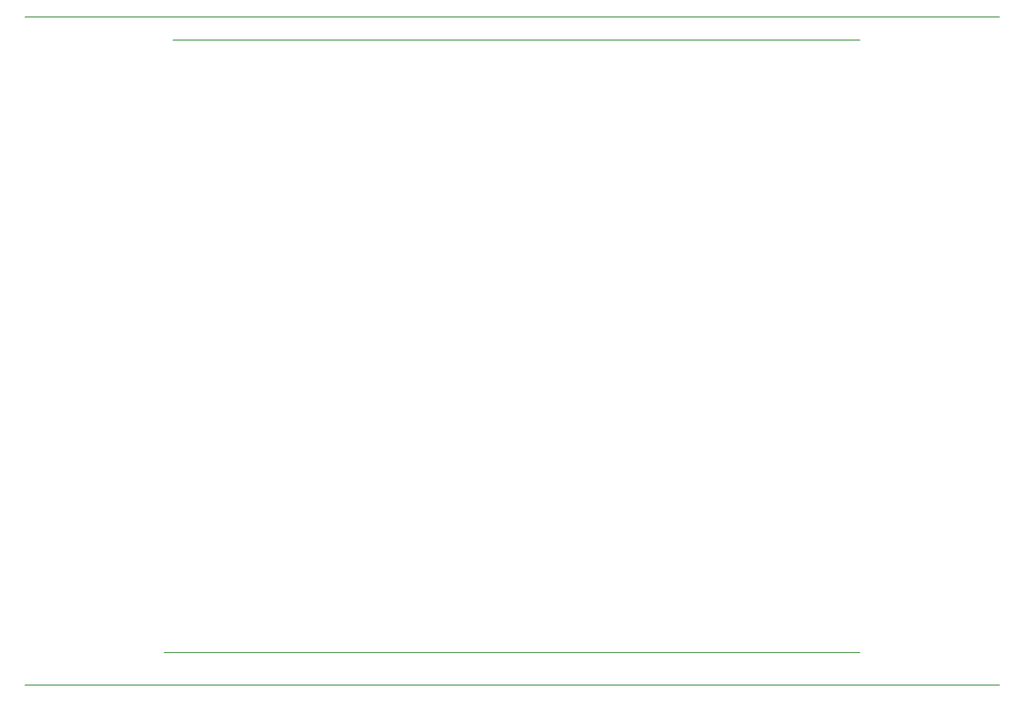
<source format=gbr>
G04 EAGLE Gerber RS-274X export*
G75*
%MOMM*%
%FSLAX34Y34*%
%LPD*%
%IN*%
%IPPOS*%
%AMOC8*
5,1,8,0,0,1.08239X$1,22.5*%
G01*
%ADD10C,0.152400*%


D10*
X0Y1300000D02*
X1750000Y1300000D01*
X1750000Y100000D02*
X0Y100000D01*
X266000Y1258500D02*
X1500000Y1258500D01*
X1500000Y158500D02*
X250000Y158500D01*
M02*

</source>
